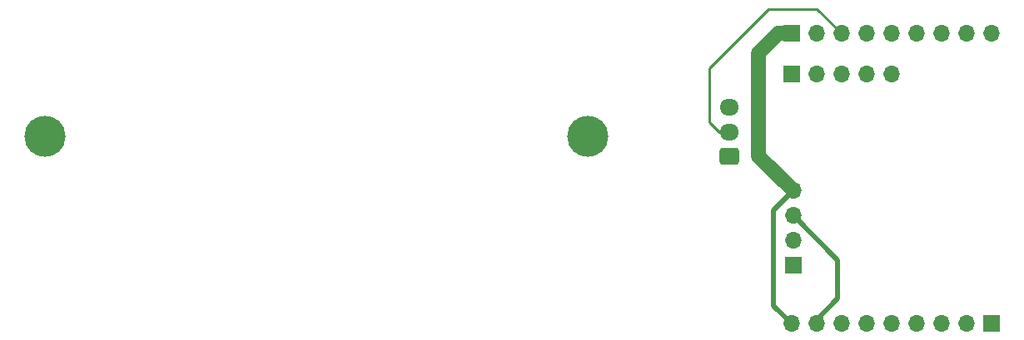
<source format=gbr>
%TF.GenerationSoftware,KiCad,Pcbnew,7.0.7*%
%TF.CreationDate,2024-02-15T18:40:12-05:00*%
%TF.ProjectId,LVPD-board,4c565044-2d62-46f6-9172-642e6b696361,rev?*%
%TF.SameCoordinates,Original*%
%TF.FileFunction,Copper,L2,Bot*%
%TF.FilePolarity,Positive*%
%FSLAX46Y46*%
G04 Gerber Fmt 4.6, Leading zero omitted, Abs format (unit mm)*
G04 Created by KiCad (PCBNEW 7.0.7) date 2024-02-15 18:40:12*
%MOMM*%
%LPD*%
G01*
G04 APERTURE LIST*
G04 Aperture macros list*
%AMRoundRect*
0 Rectangle with rounded corners*
0 $1 Rounding radius*
0 $2 $3 $4 $5 $6 $7 $8 $9 X,Y pos of 4 corners*
0 Add a 4 corners polygon primitive as box body*
4,1,4,$2,$3,$4,$5,$6,$7,$8,$9,$2,$3,0*
0 Add four circle primitives for the rounded corners*
1,1,$1+$1,$2,$3*
1,1,$1+$1,$4,$5*
1,1,$1+$1,$6,$7*
1,1,$1+$1,$8,$9*
0 Add four rect primitives between the rounded corners*
20,1,$1+$1,$2,$3,$4,$5,0*
20,1,$1+$1,$4,$5,$6,$7,0*
20,1,$1+$1,$6,$7,$8,$9,0*
20,1,$1+$1,$8,$9,$2,$3,0*%
G04 Aperture macros list end*
%TA.AperFunction,ComponentPad*%
%ADD10R,1.700000X1.700000*%
%TD*%
%TA.AperFunction,ComponentPad*%
%ADD11O,1.700000X1.700000*%
%TD*%
%TA.AperFunction,ComponentPad*%
%ADD12RoundRect,0.250000X0.725000X-0.600000X0.725000X0.600000X-0.725000X0.600000X-0.725000X-0.600000X0*%
%TD*%
%TA.AperFunction,ComponentPad*%
%ADD13O,1.950000X1.700000*%
%TD*%
%TA.AperFunction,WasherPad*%
%ADD14C,4.170000*%
%TD*%
%TA.AperFunction,Conductor*%
%ADD15C,0.500000*%
%TD*%
%TA.AperFunction,Conductor*%
%ADD16C,1.500000*%
%TD*%
%TA.AperFunction,Conductor*%
%ADD17C,0.250000*%
%TD*%
G04 APERTURE END LIST*
D10*
%TO.P,J4,1,Pin_1*%
%TO.N,/VCC*%
X198340000Y-82000000D03*
D11*
%TO.P,J4,2,Pin_2*%
%TO.N,/GND*%
X200880000Y-82000000D03*
%TO.P,J4,3,Pin_3*%
%TO.N,/VSIG*%
X203420000Y-82000000D03*
%TO.P,J4,4,Pin_4*%
%TO.N,/INT*%
X205960000Y-82000000D03*
%TO.P,J4,5,Pin_5*%
%TO.N,/SCK*%
X208500000Y-82000000D03*
%TO.P,J4,6,Pin_6*%
%TO.N,/MISO*%
X211040000Y-82000000D03*
%TO.P,J4,7,Pin_7*%
%TO.N,/MOSI*%
X213580000Y-82000000D03*
%TO.P,J4,8,Pin_8*%
%TO.N,/CS*%
X216120000Y-82000000D03*
%TO.P,J4,9,Pin_9*%
%TO.N,/RST*%
X218660000Y-82000000D03*
%TD*%
D10*
%TO.P,J1,1,Pin_1*%
%TO.N,/EN*%
X198500000Y-105620000D03*
D11*
%TO.P,J1,2,Pin_2*%
%TO.N,/VBAT*%
X198500000Y-103080000D03*
%TO.P,J1,3,Pin_3*%
%TO.N,/GND*%
X198500000Y-100540000D03*
%TO.P,J1,4,Pin_4*%
%TO.N,/VCC*%
X198500000Y-98000000D03*
%TD*%
D12*
%TO.P,J2,1,Pin_1*%
%TO.N,/EN*%
X192000000Y-94500000D03*
D13*
%TO.P,J2,2,Pin_2*%
%TO.N,/VSIG*%
X192000000Y-92000000D03*
%TO.P,J2,3,Pin_3*%
%TO.N,/GND*%
X192000000Y-89500000D03*
%TD*%
D10*
%TO.P,J5,1,Pin_1*%
%TO.N,/RST*%
X218650000Y-111525000D03*
D11*
%TO.P,J5,2,Pin_2*%
%TO.N,/CS*%
X216110000Y-111525000D03*
%TO.P,J5,3,Pin_3*%
%TO.N,/MOSI*%
X213570000Y-111525000D03*
%TO.P,J5,4,Pin_4*%
%TO.N,/MISO*%
X211030000Y-111525000D03*
%TO.P,J5,5,Pin_5*%
%TO.N,/SCK*%
X208490000Y-111525000D03*
%TO.P,J5,6,Pin_6*%
%TO.N,/INT*%
X205950000Y-111525000D03*
%TO.P,J5,7,Pin_7*%
%TO.N,unconnected-(J5-Pin_7-Pad7)*%
X203410000Y-111525000D03*
%TO.P,J5,8,Pin_8*%
%TO.N,/GND*%
X200870000Y-111525000D03*
%TO.P,J5,9,Pin_9*%
%TO.N,/VCC*%
X198330000Y-111525000D03*
%TD*%
D14*
%TO.P,BAT1,*%
%TO.N,*%
X177600000Y-92495000D03*
X122400000Y-92495000D03*
%TD*%
D10*
%TO.P,J6,1,Pin_1*%
%TO.N,unconnected-(J6-Pin_1-Pad1)*%
X198330000Y-86125000D03*
D11*
%TO.P,J6,2,Pin_2*%
%TO.N,unconnected-(J6-Pin_2-Pad2)*%
X200870000Y-86125000D03*
%TO.P,J6,3,Pin_3*%
%TO.N,unconnected-(J6-Pin_3-Pad3)*%
X203410000Y-86125000D03*
%TO.P,J6,4,Pin_4*%
%TO.N,unconnected-(J6-Pin_4-Pad4)*%
X205950000Y-86125000D03*
%TO.P,J6,5,Pin_5*%
%TO.N,unconnected-(J6-Pin_5-Pad5)*%
X208490000Y-86125000D03*
%TD*%
D15*
%TO.N,/GND*%
X200870000Y-111130000D02*
X203000000Y-109000000D01*
X203000000Y-105040000D02*
X198500000Y-100540000D01*
X200870000Y-111525000D02*
X200870000Y-111130000D01*
X203000000Y-109000000D02*
X203000000Y-105040000D01*
%TO.N,/VCC*%
X198330000Y-111525000D02*
X196500000Y-109695000D01*
X196500000Y-109695000D02*
X196500000Y-100000000D01*
X196500000Y-100000000D02*
X198500000Y-98000000D01*
D16*
X198500000Y-98000000D02*
X195000000Y-94500000D01*
X195000000Y-94500000D02*
X195000000Y-84000000D01*
X195000000Y-84000000D02*
X197000000Y-82000000D01*
X197000000Y-82000000D02*
X198340000Y-82000000D01*
D17*
%TO.N,/VSIG*%
X191000000Y-92000000D02*
X190000000Y-91000000D01*
X190000000Y-91000000D02*
X190000000Y-85500000D01*
X190000000Y-85500000D02*
X196000000Y-79500000D01*
X200920000Y-79500000D02*
X203420000Y-82000000D01*
X196000000Y-79500000D02*
X200920000Y-79500000D01*
X192000000Y-92000000D02*
X191000000Y-92000000D01*
%TD*%
M02*

</source>
